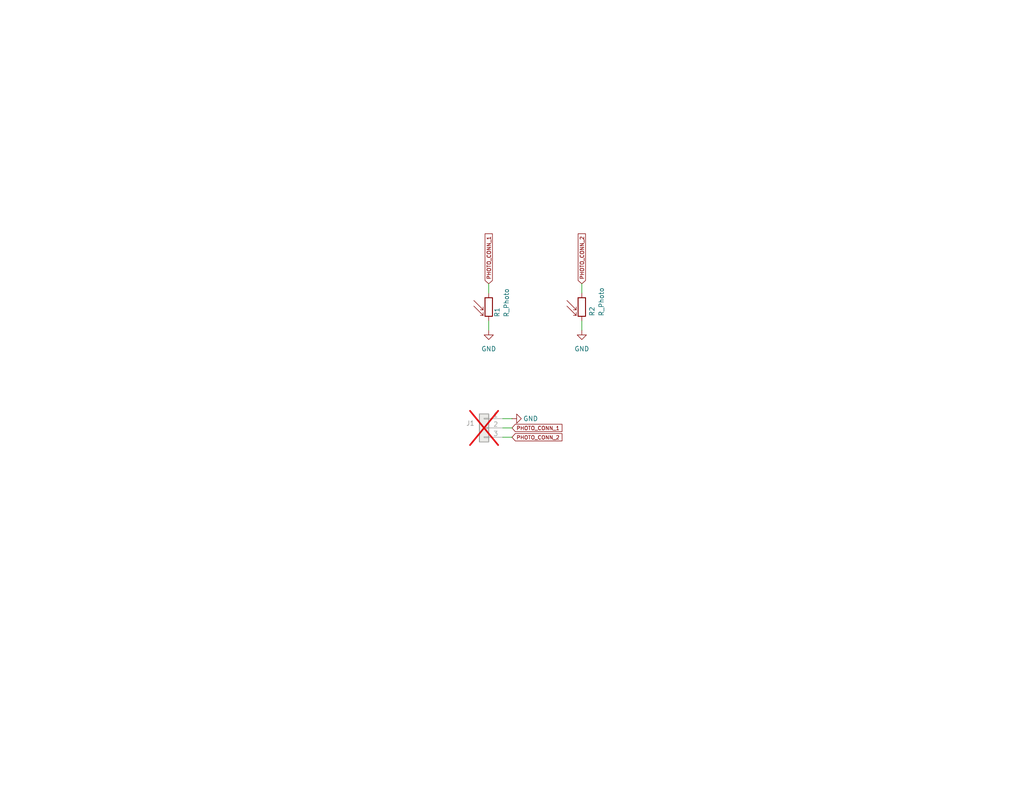
<source format=kicad_sch>
(kicad_sch (version 20231120) (generator "eeschema") (generator_version "8.0")
  (paper "USLetter")
  (lib_symbols
    (symbol "Connector_Generic:Conn_01x03" (pin_names (offset 1.016) hide)
      (property "Reference" "J" (at 0 5.08 0))
      (property "Value" "Conn_01x03" (at 0 -5.08 0))
      (symbol "Conn_01x03_1_1"
        (rectangle (start -1.27 -2.413) (end 0 -2.667) (stroke (width 0.1524)))
        (rectangle (start -1.27 0.127) (end 0 -0.127) (stroke (width 0.1524)))
        (rectangle (start -1.27 2.667) (end 0 2.413) (stroke (width 0.1524)))
        (rectangle (start -1.27 3.81) (end 1.27 -3.81) (stroke (width 0.254)) (fill (type background)))
        (pin passive line (at -5.08 2.54 0) (length 3.81) (name "Pin_1") (number "1"))
        (pin passive line (at -5.08 0 0) (length 3.81) (name "Pin_2") (number "2"))
        (pin passive line (at -5.08 -2.54 0) (length 3.81) (name "Pin_3") (number "3"))
      )
    )
    (symbol "Device:R_Photo" (pin_numbers hide) (pin_names (offset 0))
      (property "Reference" "R" (at 1.27 1.27 0))
      (property "Value" "R_Photo" (at 1.27 0 0))
      (symbol "R_Photo_0_1"
        (rectangle (start -1.016 2.54) (end 1.016 -2.54) (stroke (width 0.254)))
        (polyline (pts (xy -1.524 -2.286) (xy -4.064 0.254)))
        (polyline (pts (xy -1.524 -2.286) (xy -2.286 -2.286)))
        (polyline (pts (xy -1.524 -2.286) (xy -1.524 -1.524)))
        (polyline (pts (xy -1.524 -0.762) (xy -4.064 1.778)))
        (polyline (pts (xy -1.524 -0.762) (xy -2.286 -0.762)))
        (polyline (pts (xy -1.524 -0.762) (xy -1.524 0)))
      )
      (symbol "R_Photo_1_1"
        (pin passive line (at 0 3.81 270) (length 1.27) (name "~") (number "1"))
        (pin passive line (at 0 -3.81 90) (length 1.27) (name "~") (number "2"))
      )
    )
    (symbol "power:GND" (power) (pin_numbers hide) (pin_names (offset 0) hide)
      (property "Value" "GND" (at 0 -3.81 0))
      (symbol "GND_0_1"
        (polyline (pts (xy 0 0) (xy 0 -1.27) (xy 1.27 -1.27) (xy 0 -2.54) (xy -1.27 -1.27) (xy 0 -1.27)))
      )
      (symbol "GND_1_1"
        (pin power_in line (at 0 0 270) (length 0) (name "~") (number "1"))
      )
    )
  )
  (wire (pts (xy 158.75 87.63) (xy 158.75 90.17)))
  (wire (pts (xy 133.35 77.47) (xy 133.35 80.01)))
  (wire (pts (xy 137.16 119.38) (xy 139.7 119.38)))
  (wire (pts (xy 158.75 77.47) (xy 158.75 80.01)))
  (wire (pts (xy 137.16 116.84) (xy 139.7 116.84)))
  (wire (pts (xy 133.35 87.63) (xy 133.35 90.17)))
  (wire (pts (xy 137.16 114.3) (xy 139.7 114.3)))
  (global_label "PHOTO_CONN_2" (shape input) (at 139.7 119.38 0) (effects (font (size 1.016 1.016))) (property "Intersheetrefs" "${INTERSHEET_REFS}" (effects (hide yes))))
  (global_label "PHOTO_CONN_1" (shape input) (at 139.7 116.84 0) (effects (font (size 1.016 1.016))) (property "Intersheetrefs" "${INTERSHEET_REFS}" (effects (hide yes))))
  (global_label "PHOTO_CONN_2" (shape input) (at 158.75 77.47 90) (effects (font (size 1.016 1.016))) (property "Intersheetrefs" "${INTERSHEET_REFS}" (effects (hide yes))))
  (global_label "PHOTO_CONN_1" (shape input) (at 133.35 77.47 90) (effects (font (size 1.016 1.016))) (property "Intersheetrefs" "${INTERSHEET_REFS}" (effects (hide yes))))
  (symbol (lib_id "power:GND") (at 139.7 114.3 90) (unit 1)
    (property "Reference" "#PWR01" (effects (hide yes)))
    (property "Value" "GND" (at 144.78 114.3 90))
    (property "Description" "Power symbol creates a global label with name \"GND\" , ground" (effects (hide yes)))
  )
  (symbol (lib_id "power:GND") (at 158.75 90.17 0) (unit 1)
    (property "Reference" "#PWR03" (effects (hide yes)))
    (property "Value" "GND" (at 158.75 95.25 0))
    (property "Description" "Power symbol creates a global label with name \"GND\" , ground" (effects (hide yes)))
  )
  (symbol (lib_id "Device:R_Photo") (at 158.75 83.82 0) (unit 1)
    (property "Reference" "R2" (at 161.544 86.36 90) (effects (justify left)))
    (property "Value" "R_Photo" (at 164.084 86.36 90) (effects (justify left)))
    (property "Footprint" "OptoDevice:R_LDR_5.1x4.3mm_P3.4mm_Vertical" (effects (hide yes)))
    (property "Description" "Photoresistor" (effects (hide yes)))
  )
  (symbol (lib_id "Device:R_Photo") (at 133.35 83.82 0) (unit 1)
    (property "Reference" "R1" (at 135.636 86.614 90) (effects (justify left)))
    (property "Value" "R_Photo" (at 138.176 86.614 90) (effects (justify left)))
    (property "Footprint" "OptoDevice:R_LDR_5.1x4.3mm_P3.4mm_Vertical" (effects (hide yes)))
    (property "Description" "Photoresistor" (effects (hide yes)))
  )
  (symbol (lib_id "Connector_Generic:Conn_01x03") (at 132.08 116.84 0) (mirror y) (unit 1) (dnp yes)
    (property "Reference" "J1" (at 129.54 115.5699 0) (effects (justify left)))
    (property "Value" "Conn_01x03" (effects (hide yes)))
    (property "Footprint" "Connector_PinHeader_2.54mm:PinHeader_1x03_P2.54mm_Vertical" (effects (hide yes)))
    (property "Description" "Generic connector, single row, 01x03, script generated (kicad-library-utils/schlib/autogen/connector/)" (effects (hide yes)))
  )
  (symbol (lib_id "power:GND") (at 133.35 90.17 0) (unit 1)
    (property "Reference" "#PWR02" (effects (hide yes)))
    (property "Value" "GND" (at 133.35 95.25 0))
    (property "Description" "Power symbol creates a global label with name \"GND\" , ground" (effects (hide yes)))
  )
)
</source>
